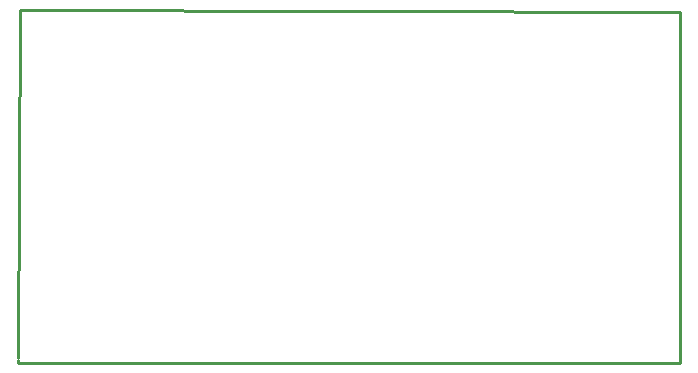
<source format=gko>
G04 Layer: BoardOutlineLayer*
G04 EasyEDA v6.5.48, 2025-03-08 11:51:36*
G04 8fe2fb576d564ac8881881e7cade559e,369c048249c94b259d5cf78f180de413,10*
G04 Gerber Generator version 0.2*
G04 Scale: 100 percent, Rotated: No, Reflected: No *
G04 Dimensions in millimeters *
G04 leading zeros omitted , absolute positions ,4 integer and 5 decimal *
%FSLAX45Y45*%
%MOMM*%

%ADD10C,0.2540*%
D10*
X1206500Y-5118100D02*
G01*
X1219200Y-2171700D01*
X6810756Y-2183637D01*
X6807200Y-5156200D01*
X1206500Y-5156200D01*
X1206500Y-5130800D01*

%LPD*%
M02*

</source>
